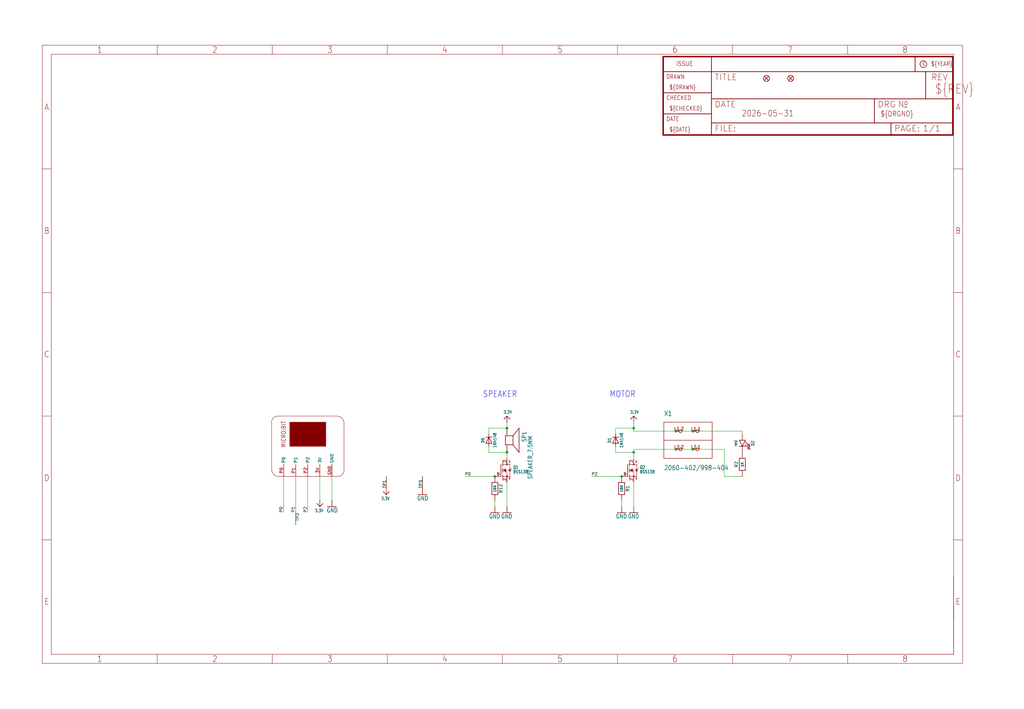
<source format=kicad_sch>
(kicad_sch (version 20230121) (generator eeschema)
  (paper "User" 430.962 298.602)
  (lib_symbols
    (symbol "working-eagle-import:2060-402/998-404"
      (property "Reference" "X" (at -10.16 10.16 0))
      (symbol "2060-402/998-404_1_0"
        (polyline (pts (xy -10.16 -7.62) (xy 10.16 -7.62)) (stroke (width 0.2)))
        (polyline (pts (xy -10.16 0) (xy -10.16 -7.62)) (stroke (width 0.2)))
        (polyline (pts (xy -10.16 0) (xy -10.16 7.62)) (stroke (width 0.2)))
        (polyline (pts (xy -10.16 7.62) (xy 10.16 7.62)) (stroke (width 0.2)))
        (polyline (pts (xy 10.16 -7.62) (xy 10.16 0)) (stroke (width 0.2)))
        (polyline (pts (xy 10.16 0) (xy -10.16 0)) (stroke (width 0.2)))
        (polyline (pts (xy 10.16 7.62) (xy 10.16 0)) (stroke (width 0.2)))
        (pin bidirectional inverted (at 2.032 3.81 0) (length 2.54) (name "P1.1") (number "L1.1"))
        (pin bidirectional inverted (at -5.08 3.81 0) (length 2.54) (name "P1.2") (number "L1.2"))
        (pin bidirectional inverted (at 2.032 -3.81 0) (length 2.54) (name "P2.1") (number "L2.1"))
        (pin bidirectional inverted (at -5.08 -3.81 0) (length 2.54) (name "P2.2") (number "L2.2"))
      )
    )
    (symbol "working-eagle-import:3.3V" (power)
      (property "Value" "3.3V" (at -1.524 1.016 0))
      (symbol "3.3V_1_0"
        (polyline (pts (xy -1.27 -1.27) (xy 0 0)) (stroke (width 0.254)))
        (polyline (pts (xy 0 0) (xy 1.27 -1.27)) (stroke (width 0.254)))
        (pin power_in line (at 0 -2.54 90) (length 2.54) (name "3.3V") (number "1"))
      )
    )
    (symbol "working-eagle-import:DIODESOD-323"
      (property "Reference" "D" (at 0 2.54 0))
      (symbol "DIODESOD-323_1_0"
        (polyline (pts (xy -1.27 -1.27) (xy 1.27 0)) (stroke (width 0.254)))
        (polyline (pts (xy -1.27 1.27) (xy -1.27 -1.27)) (stroke (width 0.254)))
        (polyline (pts (xy 1.27 0) (xy -1.27 1.27)) (stroke (width 0.254)))
        (polyline (pts (xy 1.27 0) (xy 1.27 -1.27)) (stroke (width 0.254)))
        (polyline (pts (xy 1.27 1.27) (xy 1.27 0)) (stroke (width 0.254)))
        (pin passive line (at -2.54 0 0) (length 2.54) (name "A") (number "A"))
        (pin passive line (at 2.54 0 180) (length 2.54) (name "C") (number "C"))
      )
    )
    (symbol "working-eagle-import:FIDUCIAL_1MM"
      (symbol "FIDUCIAL_1MM_1_0"
        (polyline (pts (xy -0.762 0.762) (xy 0.762 -0.762)) (stroke (width 0.254)))
        (polyline (pts (xy 0.762 0.762) (xy -0.762 -0.762)) (stroke (width 0.254)))
        (circle (center 0 0) (radius 1.27) (stroke (width 0.254)))
      )
    )
    (symbol "working-eagle-import:FRAME_A3"
      (symbol "FRAME_A3_1_0"
        (polyline (pts (xy 0 52.07) (xy 3.81 52.07)))
        (polyline (pts (xy 0 104.14) (xy 3.81 104.14)))
        (polyline (pts (xy 0 156.21) (xy 3.81 156.21)))
        (polyline (pts (xy 0 208.28) (xy 3.81 208.28)))
        (polyline (pts (xy 3.81 3.81) (xy 3.81 256.54)))
        (polyline (pts (xy 48.4188 0) (xy 48.4188 3.81)))
        (polyline (pts (xy 48.4188 256.54) (xy 48.4188 260.35)))
        (polyline (pts (xy 96.8375 0) (xy 96.8375 3.81)))
        (polyline (pts (xy 96.8375 256.54) (xy 96.8375 260.35)))
        (polyline (pts (xy 145.2563 0) (xy 145.2563 3.81)))
        (polyline (pts (xy 145.2563 256.54) (xy 145.2563 260.35)))
        (polyline (pts (xy 193.675 0) (xy 193.675 3.81)))
        (polyline (pts (xy 193.675 256.54) (xy 193.675 260.35)))
        (polyline (pts (xy 242.0938 0) (xy 242.0938 3.81)))
        (polyline (pts (xy 242.0938 256.54) (xy 242.0938 260.35)))
        (polyline (pts (xy 288.29 3.81) (xy 383.54 3.81)) (stroke (width 0.1016)))
        (polyline (pts (xy 290.5125 0) (xy 290.5125 3.81)))
        (polyline (pts (xy 290.5125 256.54) (xy 290.5125 260.35)))
        (polyline (pts (xy 338.9313 0) (xy 338.9313 3.81)))
        (polyline (pts (xy 338.9313 256.54) (xy 338.9313 260.35)))
        (polyline (pts (xy 383.54 3.81) (xy 3.81 3.81)))
        (polyline (pts (xy 383.54 3.81) (xy 383.54 8.89)) (stroke (width 0.1016)))
        (polyline (pts (xy 383.54 3.81) (xy 383.54 256.54)))
        (polyline (pts (xy 383.54 8.89) (xy 383.54 13.97)) (stroke (width 0.1016)))
        (polyline (pts (xy 383.54 13.97) (xy 383.54 19.05)) (stroke (width 0.1016)))
        (polyline (pts (xy 383.54 19.05) (xy 383.54 24.13)) (stroke (width 0.1016)))
        (polyline (pts (xy 383.54 19.05) (xy 383.54 36.83)) (stroke (width 0.1016)))
        (polyline (pts (xy 383.54 52.07) (xy 387.35 52.07)))
        (polyline (pts (xy 383.54 104.14) (xy 387.35 104.14)))
        (polyline (pts (xy 383.54 156.21) (xy 387.35 156.21)))
        (polyline (pts (xy 383.54 208.28) (xy 387.35 208.28)))
        (polyline (pts (xy 383.54 256.54) (xy 3.81 256.54)))
        (polyline (pts (xy 0 0) (xy 387.35 0) (xy 387.35 260.35) (xy 0 260.35) (xy 0 0)))
        (text "1" (at 24.2094 1.905 0) (effects (font (size 2.54 2.286))))
        (text "1" (at 24.2094 258.445 0) (effects (font (size 2.54 2.286))))
        (text "2" (at 72.6281 1.905 0) (effects (font (size 2.54 2.286))))
        (text "2" (at 72.6281 258.445 0) (effects (font (size 2.54 2.286))))
        (text "3" (at 121.0469 1.905 0) (effects (font (size 2.54 2.286))))
        (text "3" (at 121.0469 258.445 0) (effects (font (size 2.54 2.286))))
        (text "4" (at 169.4656 1.905 0) (effects (font (size 2.54 2.286))))
        (text "4" (at 169.4656 258.445 0) (effects (font (size 2.54 2.286))))
        (text "5" (at 217.8844 1.905 0) (effects (font (size 2.54 2.286))))
        (text "5" (at 217.8844 258.445 0) (effects (font (size 2.54 2.286))))
        (text "6" (at 266.3031 1.905 0) (effects (font (size 2.54 2.286))))
        (text "6" (at 266.3031 258.445 0) (effects (font (size 2.54 2.286))))
        (text "7" (at 314.7219 1.905 0) (effects (font (size 2.54 2.286))))
        (text "7" (at 314.7219 258.445 0) (effects (font (size 2.54 2.286))))
        (text "8" (at 363.1406 1.905 0) (effects (font (size 2.54 2.286))))
        (text "8" (at 363.1406 258.445 0) (effects (font (size 2.54 2.286))))
        (text "A" (at 1.905 234.315 0) (effects (font (size 2.54 2.286))))
        (text "A" (at 385.445 234.315 0) (effects (font (size 2.54 2.286))))
        (text "B" (at 1.905 182.245 0) (effects (font (size 2.54 2.286))))
        (text "B" (at 385.445 182.245 0) (effects (font (size 2.54 2.286))))
        (text "C" (at 1.905 130.175 0) (effects (font (size 2.54 2.286))))
        (text "C" (at 385.445 130.175 0) (effects (font (size 2.54 2.286))))
        (text "D" (at 1.905 78.105 0) (effects (font (size 2.54 2.286))))
        (text "D" (at 385.445 78.105 0) (effects (font (size 2.54 2.286))))
        (text "E" (at 1.905 26.035 0) (effects (font (size 2.54 2.286))))
        (text "E" (at 385.445 26.035 0) (effects (font (size 2.54 2.286))))
      )
      (symbol "FRAME_A3_2_0"
        (polyline (pts (xy 1.27 -6.35) (xy 1.27 0)) (stroke (width 0.1016)))
        (polyline (pts (xy 1.27 0) (xy 82.55 0)) (stroke (width 0.1016)))
        (polyline (pts (xy 82.55 -6.35) (xy 1.27 -6.35)) (stroke (width 0.1016)))
        (polyline (pts (xy 82.55 0) (xy 82.55 -6.35)) (stroke (width 0.1016)))
        (text "PART OR WHOLE IS STRICTLY PROHIBITED WITHOUT WRITTEN PERMISSION!" (at 3.81 -5.08 0) (effects (font (size 1.27 1.0795)) (justify left bottom)))
        (text "PROPRIETARY" (at 3.81 -10.16 0) (effects (font (size 2.54 2.159) (thickness 0.4318) bold) (justify left bottom)))
        (text "THIS DRAWING CONTAINS CONFIDENTIAL INFORMATION. ANY REPRODUCTION IN" (at 3.81 -2.794 0) (effects (font (size 1.27 1.0795)) (justify left bottom)))
      )
      (symbol "FRAME_A3_3_0"
        (polyline (pts (xy -0.3048 1.5748) (xy 20.0152 1.5748)) (stroke (width 0.6096)))
        (polyline (pts (xy -0.3048 10.4648) (xy -0.3048 1.5748)) (stroke (width 0.6096)))
        (polyline (pts (xy -0.3048 10.4648) (xy 20.0152 10.4648)) (stroke (width 0.3048)))
        (polyline (pts (xy -0.3048 19.3548) (xy -0.3048 10.4648)) (stroke (width 0.6096)))
        (polyline (pts (xy -0.3048 19.3548) (xy 20.0152 19.3548)) (stroke (width 0.3048)))
        (polyline (pts (xy -0.3048 28.2448) (xy -0.3048 19.3548)) (stroke (width 0.6096)))
        (polyline (pts (xy -0.3048 28.2448) (xy 20.0152 28.2448)) (stroke (width 0.3048)))
        (polyline (pts (xy -0.3048 34.5948) (xy -0.3048 28.2448)) (stroke (width 0.6096)))
        (polyline (pts (xy 20.0152 1.5748) (xy 20.0152 6.6548)) (stroke (width 0.3048)))
        (polyline (pts (xy 20.0152 1.5748) (xy 95.5802 1.5748)) (stroke (width 0.6096)))
        (polyline (pts (xy 20.0152 6.6548) (xy 20.0152 10.4648)) (stroke (width 0.3048)))
        (polyline (pts (xy 20.0152 6.6548) (xy 88.5952 6.6548)) (stroke (width 0.3048)))
        (polyline (pts (xy 20.0152 10.4648) (xy 20.0152 16.8148)) (stroke (width 0.3048)))
        (polyline (pts (xy 20.0152 16.8148) (xy 20.0152 19.3548)) (stroke (width 0.3048)))
        (polyline (pts (xy 20.0152 19.3548) (xy 20.0152 28.2448)) (stroke (width 0.3048)))
        (polyline (pts (xy 20.0152 28.2448) (xy 20.0152 34.5948)) (stroke (width 0.3048)))
        (polyline (pts (xy 20.0152 28.2448) (xy 105.7402 28.2448)) (stroke (width 0.3048)))
        (polyline (pts (xy 20.0152 34.5948) (xy -0.3048 34.5948)) (stroke (width 0.6096)))
        (polyline (pts (xy 88.5952 6.6548) (xy 95.5802 6.6548)) (stroke (width 0.3048)))
        (polyline (pts (xy 88.5952 16.8148) (xy 20.0152 16.8148)) (stroke (width 0.3048)))
        (polyline (pts (xy 88.5952 16.8148) (xy 88.5952 6.6548)) (stroke (width 0.3048)))
        (polyline (pts (xy 95.5802 1.5748) (xy 121.6152 1.5748)) (stroke (width 0.6096)))
        (polyline (pts (xy 95.5802 6.6548) (xy 95.5802 1.5748)) (stroke (width 0.3048)))
        (polyline (pts (xy 95.5802 6.6548) (xy 121.6152 6.6548)) (stroke (width 0.3048)))
        (polyline (pts (xy 101.2952 13.3223) (xy 102.2477 13.3223)) (stroke (width 0.254)))
        (polyline (pts (xy 105.7402 28.2448) (xy 105.7402 34.5948)) (stroke (width 0.3048)))
        (polyline (pts (xy 105.7402 28.2448) (xy 110.1852 28.2448)) (stroke (width 0.3048)))
        (polyline (pts (xy 105.7402 34.5948) (xy 20.0152 34.5948)) (stroke (width 0.6096)))
        (polyline (pts (xy 110.1852 16.8148) (xy 88.5952 16.8148)) (stroke (width 0.3048)))
        (polyline (pts (xy 110.1852 28.2448) (xy 110.1852 16.8148)) (stroke (width 0.3048)))
        (polyline (pts (xy 110.1852 28.2448) (xy 121.6152 28.2448)) (stroke (width 0.3048)))
        (polyline (pts (xy 121.6152 6.6548) (xy 121.6152 1.5748)) (stroke (width 0.6096)))
        (polyline (pts (xy 121.6152 16.8148) (xy 110.1852 16.8148)) (stroke (width 0.3048)))
        (polyline (pts (xy 121.6152 16.8148) (xy 121.6152 6.6548)) (stroke (width 0.6096)))
        (polyline (pts (xy 121.6152 28.2448) (xy 121.6152 16.8148)) (stroke (width 0.6096)))
        (polyline (pts (xy 121.6152 34.5948) (xy 105.7402 34.5948)) (stroke (width 0.6096)))
        (polyline (pts (xy 121.6152 34.5948) (xy 121.6152 28.2448)) (stroke (width 0.6096)))
        (circle (center 109.2327 31.4198) (radius 1.4199) (stroke (width 0.254)))
        (text "${#}/${##}" (at 108.9152 2.8448 0) (effects (font (size 2.54 2.54)) (justify left bottom)))
        (text "${CHECKED}" (at 2.2352 11.7348 0) (effects (font (size 1.778 1.5113)) (justify left bottom)))
        (text "${COMPANY}" (at 23.349 29.6735 0) (effects (font (size 3.175 2.6987) (thickness 0.5397) bold) (justify left bottom)))
        (text "${CURRENT_DATE}" (at 32.7152 9.1948 0) (effects (font (size 2.54 2.159)) (justify left bottom)))
        (text "${DATE}" (at 2.2352 2.8448 0) (effects (font (size 1.778 1.5113)) (justify left bottom)))
        (text "${DRAWN}" (at 2.2352 20.6248 0) (effects (font (size 1.778 1.5113)) (justify left bottom)))
        (text "${DRGNO}" (at 91.1352 9.1948 0) (effects (font (size 2.1844 1.8567)) (justify left bottom)))
        (text "${PROJECTNAME}" (at 33.0327 2.8448 0) (effects (font (size 2.54 2.159)) (justify left bottom)))
        (text "${REV}" (at 113.9952 18.7198 0) (effects (font (size 3.81 3.2385)) (justify left bottom)))
        (text "${YEAR}" (at 112.4077 30.4673 0) (effects (font (size 1.778 1.5113)) (justify left bottom)))
        (text "C" (at 108.7564 30.7848 0) (effects (font (size 1.27 1.0795)) (justify left bottom)))
        (text "CHECKED" (at 0.9652 16.1798 0) (effects (font (size 1.778 1.5113)) (justify left bottom)))
        (text "DATE" (at 0.9652 7.2898 0) (effects (font (size 1.778 1.5113)) (justify left bottom)))
        (text "DATE" (at 21.2852 13.0048 0) (effects (font (size 2.54 2.54)) (justify left bottom)))
        (text "DRAWN" (at 0.9652 25.0698 0) (effects (font (size 1.778 1.5113)) (justify left bottom)))
        (text "DRG" (at 89.8652 13.0048 0) (effects (font (size 2.54 2.54)) (justify left bottom)))
        (text "FILE:" (at 21.2852 2.8448 0) (effects (font (size 2.54 2.54)) (justify left bottom)))
        (text "ISSUE" (at 5.0927 30.4673 0) (effects (font (size 1.9304 1.6408)) (justify left bottom)))
        (text "N" (at 98.4377 13.0048 0) (effects (font (size 2.54 2.54)) (justify left bottom)))
        (text "o" (at 100.9777 13.9573 0) (effects (font (size 2.1844 1.8567)) (justify left bottom)))
        (text "PAGE:" (at 96.8502 2.8448 0) (effects (font (size 2.54 2.54)) (justify left bottom)))
        (text "REV" (at 112.4077 24.4348 0) (effects (font (size 2.54 2.54)) (justify left bottom)))
        (text "TITLE" (at 21.2852 24.4348 0) (effects (font (size 2.54 2.54)) (justify left bottom)))
      )
    )
    (symbol "working-eagle-import:GND" (power)
      (property "Value" "GND" (at -2.54 -2.54 0))
      (symbol "GND_1_0"
        (polyline (pts (xy -1.905 0) (xy 1.905 0)) (stroke (width 0.254)))
        (pin power_in line (at 0 2.54 270) (length 2.54) (name "GND") (number "1"))
      )
    )
    (symbol "working-eagle-import:LED0805_NOOUTLINE"
      (property "Reference" "D" (at -1.27 4.445 0))
      (symbol "LED0805_NOOUTLINE_1_0"
        (polyline (pts (xy -2.54 -1.27) (xy 0 0)) (stroke (width 0.254)))
        (polyline (pts (xy -2.54 1.27) (xy -2.54 -1.27)) (stroke (width 0.254)))
        (polyline (pts (xy -1.905 1.27) (xy -0.635 2.54)) (stroke (width 0.254)))
        (polyline (pts (xy -0.9525 2.8575) (xy -0.3175 2.2225)) (stroke (width 0.254)))
        (polyline (pts (xy -0.635 1.27) (xy 0.635 2.54)) (stroke (width 0.254)))
        (polyline (pts (xy -0.3175 2.2225) (xy 0 3.175)) (stroke (width 0.254)))
        (polyline (pts (xy 0 0) (xy -2.54 1.27)) (stroke (width 0.254)))
        (polyline (pts (xy 0 0) (xy 0 -1.27)) (stroke (width 0.254)))
        (polyline (pts (xy 0 1.27) (xy 0 0)) (stroke (width 0.254)))
        (polyline (pts (xy 0 3.175) (xy -0.9525 2.8575)) (stroke (width 0.254)))
        (polyline (pts (xy 0.3175 2.8575) (xy 0.9525 2.2225)) (stroke (width 0.254)))
        (polyline (pts (xy 0.9525 2.2225) (xy 1.27 3.175)) (stroke (width 0.254)))
        (polyline (pts (xy 1.27 3.175) (xy 0.3175 2.8575)) (stroke (width 0.254)))
        (pin passive line (at -5.08 0 0) (length 2.54) (name "A") (number "A"))
        (pin passive line (at 2.54 0 180) (length 2.54) (name "C") (number "C"))
      )
    )
    (symbol "working-eagle-import:MICROBIT_5PIN"
      (symbol "MICROBIT_5PIN_1_0"
        (arc (start -15.24 -9.7) (mid -14.3613 -11.8213) (end -12.24 -12.7) (stroke (width 0.1524)))
        (arc (start -12.7 12.7) (mid -14.4961 11.9561) (end -15.24 10.16) (stroke (width 0.1524)))
        (rectangle (start -7.62 0) (end 7.62 10.16) (fill (type outline)))
        (polyline (pts (xy -15.24 -9.7) (xy -15.24 10.16)) (stroke (width 0.1524)))
        (polyline (pts (xy -12.7 12.7) (xy 12.24 12.7)) (stroke (width 0.1524)))
        (polyline (pts (xy 12.7 -12.7) (xy -12.24 -12.7)) (stroke (width 0.1524)))
        (polyline (pts (xy 15.24 9.7) (xy 15.24 -10.16)) (stroke (width 0.1524)))
        (arc (start 12.7 -12.7) (mid 14.4961 -11.9561) (end 15.24 -10.16) (stroke (width 0.1524)))
        (arc (start 15.24 9.7) (mid 14.3613 11.8213) (end 12.24 12.7) (stroke (width 0.1524)))
        (text "MICRO:BIT" (at -10.16 5.08 900) (effects (font (size 1.778 1.5113))))
        (pin power_in line (at 5.08 -12.7 90) (length 5.08) (name "3V") (number "3V"))
        (pin power_in line (at 10.16 -12.7 90) (length 5.08) (name "GND") (number "GND"))
        (pin bidirectional line (at -10.16 -12.7 90) (length 5.08) (name "P0") (number "P0"))
        (pin bidirectional line (at -5.08 -12.7 90) (length 5.08) (name "P1") (number "P1"))
        (pin bidirectional line (at 0 -12.7 90) (length 5.08) (name "P2") (number "P2"))
      )
    )
    (symbol "working-eagle-import:MOSFET-NWIDE"
      (property "Reference" "Q" (at 5.08 0.635 0))
      (symbol "MOSFET-NWIDE_1_0"
        (polyline (pts (xy 0 2.54) (xy 0 -2.54)) (stroke (width 0.254)))
        (polyline (pts (xy 0.762 -2.54) (xy 0.762 -3.175)) (stroke (width 0.254)))
        (polyline (pts (xy 0.762 -1.905) (xy 0.762 -2.54)) (stroke (width 0.254)))
        (polyline (pts (xy 0.762 0) (xy 0.762 -0.762)) (stroke (width 0.254)))
        (polyline (pts (xy 0.762 0) (xy 2.54 0)) (stroke (width 0.1524)))
        (polyline (pts (xy 0.762 0.762) (xy 0.762 0)) (stroke (width 0.254)))
        (polyline (pts (xy 0.762 2.54) (xy 0.762 1.905)) (stroke (width 0.254)))
        (polyline (pts (xy 0.762 2.54) (xy 3.81 2.54)) (stroke (width 0.1524)))
        (polyline (pts (xy 0.762 3.175) (xy 0.762 2.54)) (stroke (width 0.254)))
        (polyline (pts (xy 2.54 -2.54) (xy 0.762 -2.54)) (stroke (width 0.1524)))
        (polyline (pts (xy 2.54 -2.54) (xy 3.81 -2.54)) (stroke (width 0.1524)))
        (polyline (pts (xy 2.54 0) (xy 2.54 -2.54)) (stroke (width 0.1524)))
        (polyline (pts (xy 3.302 0.508) (xy 3.048 0.254)) (stroke (width 0.1524)))
        (polyline (pts (xy 3.81 0.508) (xy 3.302 0.508)) (stroke (width 0.1524)))
        (polyline (pts (xy 3.81 0.508) (xy 3.81 -2.54)) (stroke (width 0.1524)))
        (polyline (pts (xy 3.81 2.54) (xy 3.81 0.508)) (stroke (width 0.1524)))
        (polyline (pts (xy 4.318 0.508) (xy 3.81 0.508)) (stroke (width 0.1524)))
        (polyline (pts (xy 4.572 0.762) (xy 4.318 0.508)) (stroke (width 0.1524)))
        (polyline (pts (xy 1.016 0) (xy 2.032 0.762) (xy 2.032 -0.762)) (stroke (width 0.1524)) (fill (type outline)))
        (polyline (pts (xy 3.81 0.508) (xy 3.302 -0.254) (xy 4.318 -0.254)) (stroke (width 0.1524)) (fill (type outline)))
        (circle (center 2.54 -2.54) (radius 0.3592))
        (circle (center 2.54 2.54) (radius 0.3592))
        (text "D" (at 3.175 3.175 0) (effects (font (size 0.8128 0.6908)) (justify left bottom)))
        (text "G" (at -1.27 -1.905 0) (effects (font (size 0.8128 0.6908)) (justify left bottom)))
        (text "S" (at 3.175 -3.81 0) (effects (font (size 0.8128 0.6908)) (justify left bottom)))
        (pin bidirectional line (at -2.54 -2.54 0) (length 2.54) (name "G") (number "1"))
        (pin bidirectional line (at 2.54 -5.08 90) (length 2.54) (name "S") (number "2"))
        (pin bidirectional line (at 2.54 5.08 270) (length 2.54) (name "D") (number "3"))
      )
    )
    (symbol "working-eagle-import:RESISTOR_0603_NOOUT"
      (property "Reference" "R" (at 0 2.54 0))
      (symbol "RESISTOR_0603_NOOUT_1_0"
        (polyline (pts (xy -2.54 -1.27) (xy -2.54 1.27)) (stroke (width 0.254)))
        (polyline (pts (xy -2.54 1.27) (xy 2.54 1.27)) (stroke (width 0.254)))
        (polyline (pts (xy 2.54 -1.27) (xy -2.54 -1.27)) (stroke (width 0.254)))
        (polyline (pts (xy 2.54 1.27) (xy 2.54 -1.27)) (stroke (width 0.254)))
        (pin passive line (at -5.08 0 0) (length 2.54) (name "1") (number "1"))
        (pin passive line (at 5.08 0 180) (length 2.54) (name "2") (number "2"))
      )
    )
    (symbol "working-eagle-import:SEWTAPPCB_ALLIGATOR"
      (property "Reference" "TP" (at 0 0 0))
      (symbol "SEWTAPPCB_ALLIGATOR_1_0"
        (pin bidirectional line (at 0 0 0) (length 5.08) (name "SEW") (number "P$1"))
      )
    )
    (symbol "working-eagle-import:SPEAKER_7.5MM"
      (property "Reference" "SP" (at -3.81 6.35 0))
      (symbol "SPEAKER_7.5MM_1_0"
        (polyline (pts (xy -2.54 0) (xy -1.905 0)) (stroke (width 0.1524)))
        (polyline (pts (xy -1.905 -0.635) (xy -1.905 0)) (stroke (width 0.254)))
        (polyline (pts (xy -1.905 -0.635) (xy 1.905 -0.635)) (stroke (width 0.254)))
        (polyline (pts (xy -1.905 0) (xy -1.905 2.54)) (stroke (width 0.254)))
        (polyline (pts (xy -1.905 2.54) (xy -5.08 5.08)) (stroke (width 0.254)))
        (polyline (pts (xy 1.905 -0.635) (xy 1.905 0)) (stroke (width 0.254)))
        (polyline (pts (xy 1.905 0) (xy 1.905 2.54)) (stroke (width 0.254)))
        (polyline (pts (xy 1.905 2.54) (xy -1.905 2.54)) (stroke (width 0.254)))
        (polyline (pts (xy 1.905 2.54) (xy 5.08 5.08)) (stroke (width 0.254)))
        (polyline (pts (xy 2.54 0) (xy 1.905 0)) (stroke (width 0.1524)))
        (polyline (pts (xy 5.08 5.08) (xy -5.08 5.08)) (stroke (width 0.254)))
        (pin passive line (at -5.08 0 0) (length 2.54) (name "+") (number "+"))
        (pin passive line (at 5.08 0 180) (length 2.54) (name "-") (number "-"))
      )
    )
  )
  (junction (at 266.7 180.34))
  (junction (at 284.48 181.61))
  (junction (at 266.7 190.5))
  (junction (at 213.36 180.34))
  (junction (at 291.592 181.61))
  (junction (at 208.28 200.66))
  (junction (at 261.62 200.66))
  (junction (at 284.48 189.23))
  (junction (at 213.36 190.5))
  (junction (at 291.592 189.23))
  (wire (pts (xy 266.7 180.34) (xy 259.08 180.34)) (stroke (width 0.1524)))
  (wire (pts (xy 205.74 190.5) (xy 213.36 190.5)) (stroke (width 0.1524)))
  (wire (pts (xy 119.38 200.66) (xy 119.38 215.9)) (stroke (width 0.1524)))
  (wire (pts (xy 284.48 189.23) (xy 291.592 189.23)) (stroke (width 0.1524)))
  (wire (pts (xy 284.48 181.61) (xy 291.592 181.61)) (stroke (width 0.1524)))
  (wire (pts (xy 213.36 177.8) (xy 213.36 180.34)) (stroke (width 0.1524)))
  (wire (pts (xy 312.42 181.61) (xy 312.42 182.88)) (stroke (width 0.1524)))
  (wire (pts (xy 139.7 210.82) (xy 139.7 200.66)) (stroke (width 0.1524)))
  (wire (pts (xy 259.08 187.96) (xy 259.08 190.5)) (stroke (width 0.1524)))
  (wire (pts (xy 304.8 189.23) (xy 304.8 200.66)) (stroke (width 0.1524)))
  (wire (pts (xy 284.48 181.61) (xy 266.7 181.61)) (stroke (width 0.1524)))
  (wire (pts (xy 205.74 187.96) (xy 205.74 190.5)) (stroke (width 0.1524)))
  (wire (pts (xy 208.28 213.36) (xy 208.28 210.82)) (stroke (width 0.1524)))
  (wire (pts (xy 205.74 180.34) (xy 205.74 182.88)) (stroke (width 0.1524)))
  (wire (pts (xy 284.48 189.23) (xy 266.7 189.23)) (stroke (width 0.1524)))
  (wire (pts (xy 266.7 181.61) (xy 266.7 180.34)) (stroke (width 0.1524)))
  (wire (pts (xy 266.7 203.2) (xy 266.7 213.36)) (stroke (width 0.1524)))
  (wire (pts (xy 213.36 180.34) (xy 205.74 180.34)) (stroke (width 0.1524)))
  (wire (pts (xy 261.62 200.66) (xy 248.92 200.66)) (stroke (width 0.1524)))
  (wire (pts (xy 129.54 215.9) (xy 129.54 200.66)) (stroke (width 0.1524)))
  (wire (pts (xy 266.7 177.8) (xy 266.7 180.34)) (stroke (width 0.1524)))
  (wire (pts (xy 312.42 200.66) (xy 304.8 200.66)) (stroke (width 0.1524)))
  (wire (pts (xy 259.08 180.34) (xy 259.08 182.88)) (stroke (width 0.1524)))
  (wire (pts (xy 291.592 189.23) (xy 304.8 189.23)) (stroke (width 0.1524)))
  (wire (pts (xy 208.28 200.66) (xy 195.58 200.66)) (stroke (width 0.1524)))
  (wire (pts (xy 266.7 189.23) (xy 266.7 190.5)) (stroke (width 0.1524)))
  (wire (pts (xy 213.36 203.2) (xy 213.36 213.36)) (stroke (width 0.1524)))
  (wire (pts (xy 134.62 210.82) (xy 134.62 200.66)) (stroke (width 0.1524)))
  (wire (pts (xy 124.46 200.66) (xy 124.46 215.9)) (stroke (width 0.1524)))
  (wire (pts (xy 259.08 190.5) (xy 266.7 190.5)) (stroke (width 0.1524)))
  (wire (pts (xy 261.62 213.36) (xy 261.62 210.82)) (stroke (width 0.1524)))
  (wire (pts (xy 213.36 193.04) (xy 213.36 190.5)) (stroke (width 0.1524)))
  (wire (pts (xy 266.7 193.04) (xy 266.7 190.5)) (stroke (width 0.1524)))
  (wire (pts (xy 291.592 181.61) (xy 312.42 181.61)) (stroke (width 0.1524)))
  (text "MOTOR" (at 256.54 167.64 0) (effects (font (size 2.54 2.159)) (justify left bottom)))
  (text "SPEAKER" (at 203.2 167.64 0) (effects (font (size 2.54 2.159)) (justify left bottom)))
  (label "P2" (at 129.54 215.9 90) (effects (font (size 1.2446 1.2446))))
  (label "P2" (at 248.92 200.66 0) (effects (font (size 1.2446 1.2446))))
  (label "P0" (at 195.58 200.66 0) (effects (font (size 1.2446 1.2446))))
  (label "P1" (at 124.46 215.9 90) (effects (font (size 1.2446 1.2446))))
  (label "P0" (at 119.38 215.9 90) (effects (font (size 1.2446 1.2446))))
  (symbol (lib_id "working-eagle-import:SEWTAPPCB_ALLIGATOR") (at 162.56 205.74 90) (unit 1)
    (property "Reference" "TP1" (at 162.56 205.74 0) (effects (justify left bottom)))
    (property "Value" "SEWTAPPCB_ALLIGATOR" (effects hide))
    (property "Footprint" "working:PCB_ALLI" (effects hide))
  )
  (symbol (lib_id "working-eagle-import:GND") (at 213.36 215.9 0) (unit 1)
    (property "Reference" "#GND13" (effects hide))
    (property "Value" "GND" (at 210.82 218.44 0) (effects (font (size 1.778 1.5113)) (justify left bottom)))
  )
  (symbol (lib_id "working-eagle-import:GND") (at 139.7 213.36 0) (mirror y) (unit 1)
    (property "Reference" "#GND1" (effects hide))
    (property "Value" "GND" (at 142.24 215.9 0) (effects (font (size 1.778 1.5113)) (justify left bottom)))
  )
  (symbol (lib_id "working-eagle-import:RESISTOR_0603_NOOUT") (at 312.42 195.58 90) (unit 1)
    (property "Reference" "R2" (at 309.88 195.58 0))
    (property "Value" "1K" (at 312.42 195.58 0) (effects (font (size 1.016 1.016) bold)))
    (property "Footprint" "working:0603-NO" (effects hide))
  )
  (symbol (lib_id "working-eagle-import:SEWTAPPCB_ALLIGATOR") (at 124.46 215.9 270) (unit 1)
    (property "Reference" "TP2" (at 124.46 215.9 0) (effects (justify left bottom)))
    (property "Value" "SEWTAPPCB_ALLIGATOR" (effects hide))
    (property "Footprint" "working:PCB_ALLI" (effects hide))
  )
  (symbol (lib_id "working-eagle-import:2060-402/998-404") (at 289.56 185.42 0) (unit 1)
    (property "Reference" "X1" (at 279.4 175.26 0) (effects (font (size 2 1.7)) (justify left bottom)))
    (property "Value" "2060-402/998-404" (at 279.4 198.12 0) (effects (font (size 2 1.7)) (justify left bottom)))
    (property "Footprint" "working:P-2060-402_998-404" (effects hide))
  )
  (symbol (lib_id "working-eagle-import:GND") (at 208.28 215.9 0) (unit 1)
    (property "Reference" "#GND14" (effects hide))
    (property "Value" "GND" (at 205.74 218.44 0) (effects (font (size 1.778 1.5113)) (justify left bottom)))
  )
  (symbol (lib_id "working-eagle-import:FIDUCIAL_1MM") (at 322.58 33.02 0) (unit 1)
    (property "Reference" "FID1" (effects hide))
    (property "Value" "FIDUCIAL_1MM" (effects hide))
    (property "Footprint" "working:FIDUCIAL_1MM" (effects hide))
  )
  (symbol (lib_id "working-eagle-import:RESISTOR_0603_NOOUT") (at 261.62 205.74 270) (unit 1)
    (property "Reference" "R1" (at 264.16 205.74 0))
    (property "Value" "10K" (at 261.62 205.74 0) (effects (font (size 1.016 1.016) bold)))
    (property "Footprint" "working:0603-NO" (effects hide))
  )
  (symbol (lib_id "working-eagle-import:GND") (at 261.62 215.9 0) (unit 1)
    (property "Reference" "#GND3" (effects hide))
    (property "Value" "GND" (at 259.08 218.44 0) (effects (font (size 1.778 1.5113)) (justify left bottom)))
  )
  (symbol (lib_id "working-eagle-import:FIDUCIAL_1MM") (at 332.74 33.02 0) (unit 1)
    (property "Reference" "FID2" (effects hide))
    (property "Value" "FIDUCIAL_1MM" (effects hide))
    (property "Footprint" "working:FIDUCIAL_1MM" (effects hide))
  )
  (symbol (lib_id "working-eagle-import:MOSFET-NWIDE") (at 210.82 198.12 0) (unit 1)
    (property "Reference" "Q1" (at 215.9 197.485 0) (effects (font (size 1.27 1.0795)) (justify left bottom)))
    (property "Value" "BSS138" (at 215.9 199.39 0) (effects (font (size 1.27 1.0795)) (justify left bottom)))
    (property "Footprint" "working:SOT23-WIDE" (effects hide))
  )
  (symbol (lib_id "working-eagle-import:LED0805_NOOUTLINE") (at 312.42 187.96 270) (unit 1)
    (property "Reference" "D2" (at 316.865 186.69 0) (effects (font (size 1.27 1.0795))))
    (property "Value" "red" (at 309.626 186.69 0) (effects (font (size 1.27 1.0795))))
    (property "Footprint" "working:CHIPLED_0805_NOOUTLINE" (effects hide))
  )
  (symbol (lib_id "working-eagle-import:FRAME_A3") (at 279.4 58.42 0) (unit 3)
    (property "Reference" "#FRAME1" (effects hide))
    (property "Value" "FRAME_A3" (effects hide))
  )
  (symbol (lib_id "working-eagle-import:GND") (at 177.8 208.28 0) (mirror y) (unit 1)
    (property "Reference" "#GND4" (effects hide))
    (property "Value" "GND" (at 180.34 210.82 0) (effects (font (size 1.778 1.5113)) (justify left bottom)))
  )
  (symbol (lib_id "working-eagle-import:MICROBIT_5PIN") (at 129.54 187.96 0) (unit 1)
    (property "Reference" "MB2" (effects hide))
    (property "Value" "MICROBIT_5PIN" (effects hide))
    (property "Footprint" "working:MICROBIT_5SMTNUT" (effects hide))
  )
  (symbol (lib_id "working-eagle-import:MOSFET-NWIDE") (at 264.16 198.12 0) (unit 1)
    (property "Reference" "Q2" (at 269.24 197.485 0) (effects (font (size 1.27 1.0795)) (justify left bottom)))
    (property "Value" "BSS138" (at 269.24 199.39 0) (effects (font (size 1.27 1.0795)) (justify left bottom)))
    (property "Footprint" "working:SOT23-WIDE" (effects hide))
  )
  (symbol (lib_id "working-eagle-import:RESISTOR_0603_NOOUT") (at 208.28 205.74 270) (unit 1)
    (property "Reference" "R12" (at 210.82 205.74 0))
    (property "Value" "10K" (at 208.28 205.74 0) (effects (font (size 1.016 1.016) bold)))
    (property "Footprint" "working:0603-NO" (effects hide))
  )
  (symbol (lib_id "working-eagle-import:DIODESOD-323") (at 205.74 185.42 90) (unit 1)
    (property "Reference" "D6" (at 203.2 185.42 0) (effects (font (size 1.27 1.0795))))
    (property "Value" "1N4148" (at 208.24 185.42 0) (effects (font (size 1.27 1.0795))))
    (property "Footprint" "working:SOD-323" (effects hide))
  )
  (symbol (lib_id "working-eagle-import:3.3V") (at 266.7 175.26 0) (unit 1)
    (property "Reference" "#U$2" (effects hide))
    (property "Value" "3.3V" (at 265.176 174.244 0) (effects (font (size 1.27 1.0795)) (justify left bottom)))
  )
  (symbol (lib_id "working-eagle-import:3.3V") (at 213.36 175.26 0) (unit 1)
    (property "Reference" "#U$17" (effects hide))
    (property "Value" "3.3V" (at 211.836 174.244 0) (effects (font (size 1.27 1.0795)) (justify left bottom)))
  )
  (symbol (lib_id "working-eagle-import:SEWTAPPCB_ALLIGATOR") (at 177.8 205.74 90) (unit 1)
    (property "Reference" "TP3" (at 177.8 205.74 0) (effects (justify left bottom)))
    (property "Value" "SEWTAPPCB_ALLIGATOR" (effects hide))
    (property "Footprint" "working:PCB_ALLI" (effects hide))
  )
  (symbol (lib_id "working-eagle-import:DIODESOD-323") (at 259.08 185.42 90) (unit 1)
    (property "Reference" "D1" (at 256.54 185.42 0) (effects (font (size 1.27 1.0795))))
    (property "Value" "1N4148" (at 261.58 185.42 0) (effects (font (size 1.27 1.0795))))
    (property "Footprint" "working:SOD-323" (effects hide))
  )
  (symbol (lib_id "working-eagle-import:FRAME_A3") (at 17.78 279.4 0) (unit 1)
    (property "Reference" "#FRAME1" (effects hide))
    (property "Value" "FRAME_A3" (effects hide))
  )
  (symbol (lib_id "working-eagle-import:GND") (at 266.7 215.9 0) (unit 1)
    (property "Reference" "#GND2" (effects hide))
    (property "Value" "GND" (at 264.16 218.44 0) (effects (font (size 1.778 1.5113)) (justify left bottom)))
  )
  (symbol (lib_id "working-eagle-import:3.3V") (at 162.56 208.28 180) (unit 1)
    (property "Reference" "#U$3" (effects hide))
    (property "Value" "3.3V" (at 164.084 209.296 0) (effects (font (size 1.27 1.0795)) (justify left bottom)))
  )
  (symbol (lib_id "working-eagle-import:3.3V") (at 134.62 213.36 180) (unit 1)
    (property "Reference" "#U$1" (effects hide))
    (property "Value" "3.3V" (at 136.144 214.376 0) (effects (font (size 1.27 1.0795)) (justify left bottom)))
  )
  (symbol (lib_id "working-eagle-import:SPEAKER_7.5MM") (at 213.36 185.42 270) (unit 1)
    (property "Reference" "SP1" (at 219.71 181.61 0) (effects (font (size 1.778 1.5113)) (justify left bottom)))
    (property "Value" "SPEAKER_7.5MM" (at 224.155 201.93 0) (effects (font (size 1.778 1.5113)) (justify right top)))
    (property "Footprint" "working:BUZZER_SMT_7.5MM" (effects hide))
  )
)
</source>
